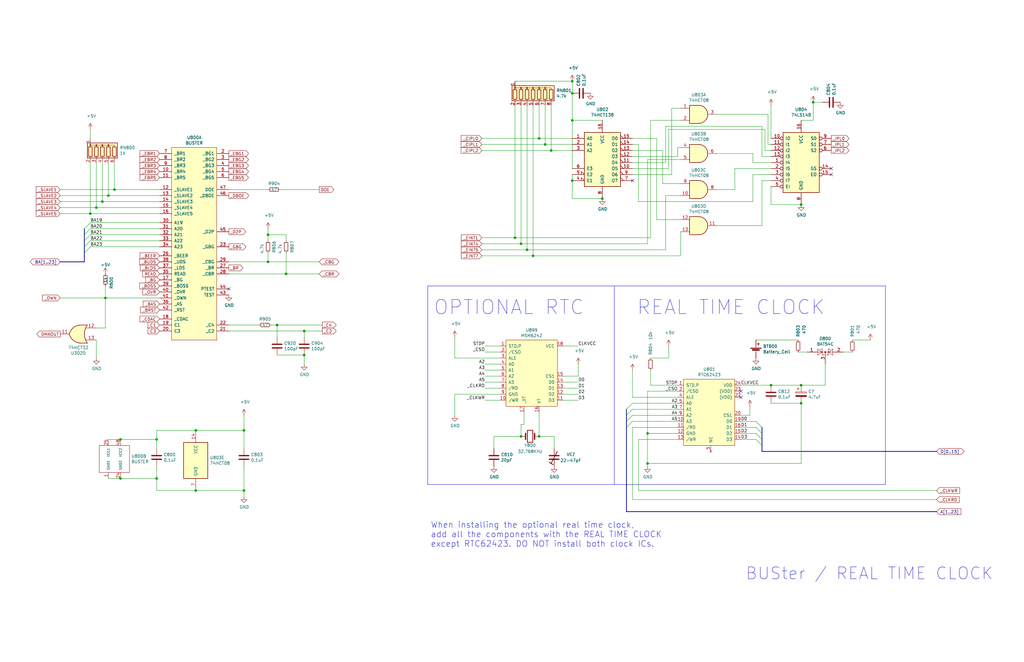
<source format=kicad_sch>
(kicad_sch (version 20230121) (generator eeschema)
  (paper "B")
  (title_block (title "Amiga 2000 EATX") (date "2023-03-10") (rev "3.0"))
  (junction (at 102.87 181.61))
  (junction (at 229.87 60.96))
  (junction (at 254 83.82))
  (junction (at 66.04 201.93))
  (junction (at 120.65 115.57))
  (junction (at 241.3 34.29))
  (junction (at 48.26 80.01))
  (junction (at 227.33 58.42))
  (junction (at 241.3 76.2))
  (junction (at 102.87 207.01))
  (junction (at 113.03 99.06))
  (junction (at 45.72 82.55))
  (junction (at 82.55 181.61))
  (junction (at 227.33 184.15))
  (junction (at 219.71 102.87))
  (junction (at 217.17 100.33))
  (junction (at 50.8 185.42))
  (junction (at 128.27 139.7))
  (junction (at 224.79 107.95))
  (junction (at 241.3 50.8))
  (junction (at 337.82 170.18))
  (junction (at 128.27 149.86))
  (junction (at 337.82 162.56))
  (junction (at 241.3 39.37))
  (junction (at 325.12 162.56))
  (junction (at 50.8 201.93))
  (junction (at 273.05 182.88))
  (junction (at 66.04 185.42))
  (junction (at 38.1 90.17))
  (junction (at 82.55 207.01))
  (junction (at 342.9 43.18))
  (junction (at 113.03 110.49))
  (junction (at 232.41 63.5))
  (junction (at 219.71 184.15))
  (junction (at 222.25 105.41))
  (junction (at 40.64 87.63))
  (junction (at 273.05 195.58))
  (junction (at 43.18 85.09))
  (junction (at 337.82 86.36))
  (junction (at 44.45 125.73))
  (junction (at 116.84 137.16))
  (no_connect (at 350.52 71.12))
  (no_connect (at 312.42 167.64))
  (no_connect (at 350.52 73.66))
  (no_connect (at 312.42 165.1))
  (no_connect (at 96.52 121.92))
  (no_connect (at 266.7 76.2))
  (bus_entry (at 266.7 172.72) (size -2.54 2.54))
  (bus_entry (at 38.1 96.52) (size -2.54 2.54))
  (bus_entry (at 38.1 99.06) (size -2.54 2.54))
  (bus_entry (at 38.1 104.14) (size -2.54 2.54))
  (bus_entry (at 38.1 93.98) (size -2.54 2.54))
  (bus_entry (at 318.77 185.42) (size 2.54 2.54))
  (bus_entry (at 318.77 177.8) (size 2.54 2.54))
  (bus_entry (at 266.7 175.26) (size -2.54 2.54))
  (bus_entry (at 38.1 101.6) (size -2.54 2.54))
  (bus_entry (at 318.77 180.34) (size 2.54 2.54))
  (bus_entry (at 266.7 170.18) (size -2.54 2.54))
  (bus_entry (at 318.77 182.88) (size 2.54 2.54))
  (bus_entry (at 266.7 177.8) (size -2.54 2.54))
  (wire (pts (xy 281.94 54.61) (xy 322.58 54.61)))
  (wire (pts (xy 317.5 64.77) (xy 317.5 68.58)))
  (wire (pts (xy 66.04 201.93) (xy 66.04 207.01)))
  (wire (pts (xy 359.41 143.51) (xy 367.03 143.51)))
  (wire (pts (xy 274.32 162.56) (xy 274.32 156.21)))
  (wire (pts (xy 40.64 138.43) (xy 44.45 138.43)))
  (wire (pts (xy 102.87 209.55) (xy 102.87 207.01)))
  (wire (pts (xy 25.4 125.73) (xy 44.45 125.73)))
  (wire (pts (xy 227.33 44.45) (xy 227.33 58.42)))
  (wire (pts (xy 243.84 158.75) (xy 243.84 153.67)))
  (wire (pts (xy 210.82 151.13) (xy 191.77 151.13)))
  (wire (pts (xy 67.31 80.01) (xy 48.26 80.01)))
  (wire (pts (xy 318.77 143.51) (xy 336.55 143.51)))
  (wire (pts (xy 266.7 73.66) (xy 283.21 73.66)))
  (wire (pts (xy 336.55 148.59) (xy 340.36 148.59)))
  (wire (pts (xy 312.42 177.8) (xy 318.77 177.8)))
  (wire (pts (xy 48.26 68.58) (xy 48.26 80.01)))
  (bus (pts (xy 264.16 175.26) (xy 264.16 177.8)))
  (bus (pts (xy 264.16 172.72) (xy 264.16 175.26)))
  (wire (pts (xy 266.7 167.64) (xy 285.75 167.64)))
  (wire (pts (xy 323.85 48.26) (xy 302.26 48.26)))
  (wire (pts (xy 219.71 184.15) (xy 208.28 184.15)))
  (wire (pts (xy 325.12 58.42) (xy 325.12 44.45)))
  (wire (pts (xy 309.88 80.01) (xy 309.88 71.12)))
  (wire (pts (xy 50.8 201.93) (xy 66.04 201.93)))
  (wire (pts (xy 210.82 161.29) (xy 204.47 161.29)))
  (wire (pts (xy 317.5 73.66) (xy 325.12 73.66)))
  (wire (pts (xy 43.18 68.58) (xy 43.18 85.09)))
  (wire (pts (xy 203.2 107.95) (xy 224.79 107.95)))
  (wire (pts (xy 45.72 201.93) (xy 50.8 201.93)))
  (wire (pts (xy 67.31 85.09) (xy 43.18 85.09)))
  (wire (pts (xy 317.5 68.58) (xy 325.12 68.58)))
  (wire (pts (xy 325.12 86.36) (xy 337.82 86.36)))
  (wire (pts (xy 266.7 210.82) (xy 266.7 180.34)))
  (wire (pts (xy 210.82 158.75) (xy 204.47 158.75)))
  (wire (pts (xy 237.49 161.29) (xy 243.84 161.29)))
  (bus (pts (xy 35.56 99.06) (xy 35.56 101.6)))
  (wire (pts (xy 273.05 195.58) (xy 273.05 196.85)))
  (bus (pts (xy 264.16 177.8) (xy 264.16 180.34)))
  (wire (pts (xy 266.7 60.96) (xy 269.24 60.96)))
  (wire (pts (xy 38.1 90.17) (xy 25.4 90.17)))
  (wire (pts (xy 210.82 153.67) (xy 204.47 153.67)))
  (wire (pts (xy 237.49 166.37) (xy 243.84 166.37)))
  (bus (pts (xy 35.56 106.68) (xy 35.56 110.49)))
  (wire (pts (xy 44.45 120.65) (xy 44.45 125.73)))
  (wire (pts (xy 280.67 82.55) (xy 287.02 82.55)))
  (wire (pts (xy 203.2 60.96) (xy 229.87 60.96)))
  (bus (pts (xy 321.31 182.88) (xy 321.31 185.42)))
  (wire (pts (xy 96.52 80.01) (xy 113.03 80.01)))
  (wire (pts (xy 222.25 105.41) (xy 280.67 105.41)))
  (bus (pts (xy 35.56 110.49) (xy 25.4 110.49)))
  (wire (pts (xy 285.75 66.04) (xy 285.75 62.23)))
  (wire (pts (xy 96.52 139.7) (xy 128.27 139.7)))
  (wire (pts (xy 208.28 184.15) (xy 208.28 189.23)))
  (wire (pts (xy 40.64 68.58) (xy 40.64 87.63)))
  (wire (pts (xy 82.55 207.01) (xy 102.87 207.01)))
  (bus (pts (xy 321.31 180.34) (xy 321.31 182.88)))
  (wire (pts (xy 325.12 170.18) (xy 337.82 170.18)))
  (bus (pts (xy 35.56 101.6) (xy 35.56 104.14)))
  (wire (pts (xy 285.75 175.26) (xy 266.7 175.26)))
  (wire (pts (xy 280.67 68.58) (xy 280.67 53.34)))
  (wire (pts (xy 224.79 44.45) (xy 224.79 107.95)))
  (wire (pts (xy 241.3 60.96) (xy 229.87 60.96)))
  (wire (pts (xy 210.82 166.37) (xy 191.77 166.37)))
  (wire (pts (xy 241.3 73.66) (xy 241.3 76.2)))
  (wire (pts (xy 325.12 60.96) (xy 323.85 60.96)))
  (wire (pts (xy 96.52 115.57) (xy 120.65 115.57)))
  (wire (pts (xy 285.75 177.8) (xy 266.7 177.8)))
  (wire (pts (xy 241.3 39.37) (xy 241.3 34.29)))
  (wire (pts (xy 337.82 50.8) (xy 342.9 50.8)))
  (wire (pts (xy 323.85 60.96) (xy 323.85 48.26)))
  (wire (pts (xy 96.52 137.16) (xy 109.22 137.16)))
  (wire (pts (xy 113.03 110.49) (xy 134.62 110.49)))
  (wire (pts (xy 229.87 44.45) (xy 229.87 60.96)))
  (wire (pts (xy 269.24 207.01) (xy 269.24 185.42)))
  (wire (pts (xy 302.26 95.25) (xy 321.31 95.25)))
  (wire (pts (xy 220.98 179.07) (xy 219.71 179.07)))
  (wire (pts (xy 67.31 87.63) (xy 40.64 87.63)))
  (wire (pts (xy 210.82 148.59) (xy 204.47 148.59)))
  (wire (pts (xy 66.04 181.61) (xy 82.55 181.61)))
  (wire (pts (xy 254 50.8) (xy 241.3 50.8)))
  (wire (pts (xy 287.02 107.95) (xy 287.02 97.79)))
  (wire (pts (xy 128.27 142.24) (xy 128.27 139.7)))
  (wire (pts (xy 217.17 44.45) (xy 217.17 100.33)))
  (wire (pts (xy 217.17 100.33) (xy 274.32 100.33)))
  (wire (pts (xy 82.55 181.61) (xy 102.87 181.61)))
  (wire (pts (xy 67.31 101.6) (xy 38.1 101.6)))
  (wire (pts (xy 66.04 207.01) (xy 82.55 207.01)))
  (wire (pts (xy 113.03 99.06) (xy 120.65 99.06)))
  (wire (pts (xy 219.71 44.45) (xy 219.71 102.87)))
  (wire (pts (xy 325.12 162.56) (xy 337.82 162.56)))
  (wire (pts (xy 302.26 64.77) (xy 317.5 64.77)))
  (wire (pts (xy 210.82 146.05) (xy 204.47 146.05)))
  (bus (pts (xy 321.31 187.96) (xy 321.31 190.5)))
  (wire (pts (xy 337.82 195.58) (xy 273.05 195.58)))
  (bus (pts (xy 321.31 185.42) (xy 321.31 187.96)))
  (wire (pts (xy 273.05 102.87) (xy 273.05 67.31)))
  (wire (pts (xy 279.4 63.5) (xy 279.4 77.47)))
  (wire (pts (xy 203.2 102.87) (xy 219.71 102.87)))
  (wire (pts (xy 285.75 162.56) (xy 274.32 162.56)))
  (wire (pts (xy 285.75 182.88) (xy 273.05 182.88)))
  (wire (pts (xy 120.65 106.68) (xy 120.65 115.57)))
  (polyline (pts (xy 180.34 204.47) (xy 180.34 120.65)))
  (wire (pts (xy 220.98 173.99) (xy 220.98 179.07)))
  (wire (pts (xy 241.3 58.42) (xy 227.33 58.42)))
  (wire (pts (xy 325.12 78.74) (xy 325.12 86.36)))
  (wire (pts (xy 312.42 182.88) (xy 318.77 182.88)))
  (wire (pts (xy 219.71 179.07) (xy 219.71 184.15)))
  (wire (pts (xy 67.31 82.55) (xy 45.72 82.55)))
  (wire (pts (xy 274.32 50.8) (xy 287.02 50.8)))
  (wire (pts (xy 274.32 151.13) (xy 281.94 151.13)))
  (wire (pts (xy 102.87 189.23) (xy 102.87 181.61)))
  (wire (pts (xy 50.8 185.42) (xy 66.04 185.42)))
  (wire (pts (xy 394.97 210.82) (xy 266.7 210.82)))
  (wire (pts (xy 269.24 60.96) (xy 269.24 85.09)))
  (wire (pts (xy 273.05 67.31) (xy 287.02 67.31)))
  (wire (pts (xy 302.26 80.01) (xy 309.88 80.01)))
  (wire (pts (xy 285.75 170.18) (xy 266.7 170.18)))
  (wire (pts (xy 312.42 162.56) (xy 325.12 162.56)))
  (wire (pts (xy 128.27 139.7) (xy 135.89 139.7)))
  (bus (pts (xy 321.31 190.5) (xy 394.97 190.5)))
  (wire (pts (xy 281.94 151.13) (xy 281.94 146.05)))
  (wire (pts (xy 67.31 90.17) (xy 38.1 90.17)))
  (wire (pts (xy 113.03 99.06) (xy 113.03 96.52)))
  (wire (pts (xy 312.42 185.42) (xy 318.77 185.42)))
  (wire (pts (xy 276.86 58.42) (xy 276.86 92.71)))
  (wire (pts (xy 266.7 71.12) (xy 281.94 71.12)))
  (wire (pts (xy 48.26 80.01) (xy 25.4 80.01)))
  (wire (pts (xy 191.77 166.37) (xy 191.77 175.26)))
  (wire (pts (xy 113.03 101.6) (xy 113.03 99.06)))
  (wire (pts (xy 45.72 82.55) (xy 25.4 82.55)))
  (polyline (pts (xy 180.34 120.65) (xy 373.38 120.65)))
  (wire (pts (xy 266.7 58.42) (xy 276.86 58.42)))
  (wire (pts (xy 203.2 63.5) (xy 232.41 63.5)))
  (wire (pts (xy 227.33 58.42) (xy 203.2 58.42)))
  (wire (pts (xy 241.3 50.8) (xy 241.3 39.37)))
  (wire (pts (xy 241.3 83.82) (xy 254 83.82)))
  (wire (pts (xy 38.1 58.42) (xy 38.1 54.61)))
  (wire (pts (xy 321.31 53.34) (xy 321.31 66.04)))
  (wire (pts (xy 67.31 96.52) (xy 38.1 96.52)))
  (wire (pts (xy 273.05 182.88) (xy 273.05 195.58)))
  (wire (pts (xy 227.33 184.15) (xy 227.33 173.99)))
  (wire (pts (xy 210.82 163.83) (xy 204.47 163.83)))
  (wire (pts (xy 322.58 54.61) (xy 322.58 63.5)))
  (wire (pts (xy 45.72 68.58) (xy 45.72 82.55)))
  (wire (pts (xy 67.31 104.14) (xy 38.1 104.14)))
  (wire (pts (xy 116.84 149.86) (xy 128.27 149.86)))
  (wire (pts (xy 281.94 71.12) (xy 281.94 54.61)))
  (polyline (pts (xy 180.34 204.47) (xy 373.38 204.47)))
  (wire (pts (xy 210.82 156.21) (xy 204.47 156.21)))
  (wire (pts (xy 66.04 185.42) (xy 66.04 181.61)))
  (wire (pts (xy 113.03 106.68) (xy 113.03 110.49)))
  (polyline (pts (xy 373.38 204.47) (xy 373.38 120.65)))
  (wire (pts (xy 237.49 168.91) (xy 243.84 168.91)))
  (wire (pts (xy 321.31 76.2) (xy 325.12 76.2)))
  (wire (pts (xy 232.41 63.5) (xy 241.3 63.5)))
  (wire (pts (xy 276.86 92.71) (xy 287.02 92.71)))
  (wire (pts (xy 321.31 95.25) (xy 321.31 76.2)))
  (wire (pts (xy 283.21 45.72) (xy 287.02 45.72)))
  (wire (pts (xy 312.42 175.26) (xy 316.23 175.26)))
  (wire (pts (xy 114.3 137.16) (xy 116.84 137.16)))
  (wire (pts (xy 67.31 99.06) (xy 38.1 99.06)))
  (wire (pts (xy 337.82 162.56) (xy 347.98 162.56)))
  (bus (pts (xy 35.56 104.14) (xy 35.56 106.68)))
  (wire (pts (xy 128.27 149.86) (xy 128.27 153.67)))
  (wire (pts (xy 285.75 185.42) (xy 269.24 185.42)))
  (wire (pts (xy 285.75 62.23) (xy 287.02 62.23)))
  (wire (pts (xy 44.45 125.73) (xy 44.45 138.43)))
  (wire (pts (xy 44.45 125.73) (xy 67.31 125.73)))
  (wire (pts (xy 322.58 63.5) (xy 325.12 63.5)))
  (wire (pts (xy 280.67 53.34) (xy 321.31 53.34)))
  (wire (pts (xy 237.49 158.75) (xy 243.84 158.75)))
  (wire (pts (xy 273.05 182.88) (xy 273.05 165.1)))
  (wire (pts (xy 279.4 77.47) (xy 287.02 77.47)))
  (wire (pts (xy 210.82 168.91) (xy 204.47 168.91)))
  (wire (pts (xy 224.79 107.95) (xy 287.02 107.95)))
  (wire (pts (xy 219.71 102.87) (xy 273.05 102.87)))
  (wire (pts (xy 312.42 180.34) (xy 318.77 180.34)))
  (wire (pts (xy 67.31 93.98) (xy 38.1 93.98)))
  (wire (pts (xy 337.82 170.18) (xy 337.82 195.58)))
  (wire (pts (xy 237.49 163.83) (xy 243.84 163.83)))
  (wire (pts (xy 355.6 148.59) (xy 359.41 148.59)))
  (wire (pts (xy 347.98 162.56) (xy 347.98 153.67)))
  (bus (pts (xy 35.56 96.52) (xy 35.56 99.06)))
  (wire (pts (xy 280.67 105.41) (xy 280.67 82.55)))
  (wire (pts (xy 233.68 184.15) (xy 233.68 189.23)))
  (wire (pts (xy 285.75 180.34) (xy 266.7 180.34)))
  (wire (pts (xy 274.32 100.33) (xy 274.32 50.8)))
  (polyline (pts (xy 259.08 120.65) (xy 259.08 204.47)))
  (wire (pts (xy 269.24 85.09) (xy 317.5 85.09)))
  (wire (pts (xy 40.64 143.51) (xy 40.64 151.13)))
  (wire (pts (xy 394.97 207.01) (xy 269.24 207.01)))
  (wire (pts (xy 285.75 172.72) (xy 266.7 172.72)))
  (wire (pts (xy 66.04 189.23) (xy 66.04 185.42)))
  (wire (pts (xy 227.33 184.15) (xy 233.68 184.15)))
  (wire (pts (xy 38.1 68.58) (xy 38.1 90.17)))
  (wire (pts (xy 342.9 50.8) (xy 342.9 43.18)))
  (wire (pts (xy 266.7 167.64) (xy 266.7 156.21)))
  (wire (pts (xy 116.84 142.24) (xy 116.84 137.16)))
  (wire (pts (xy 43.18 85.09) (xy 25.4 85.09)))
  (wire (pts (xy 203.2 100.33) (xy 217.17 100.33)))
  (wire (pts (xy 120.65 115.57) (xy 134.62 115.57)))
  (wire (pts (xy 116.84 137.16) (xy 135.89 137.16)))
  (wire (pts (xy 241.3 50.8) (xy 241.3 71.12)))
  (wire (pts (xy 309.88 71.12) (xy 325.12 71.12)))
  (wire (pts (xy 120.65 99.06) (xy 120.65 101.6)))
  (wire (pts (xy 102.87 181.61) (xy 102.87 175.26)))
  (wire (pts (xy 222.25 44.45) (xy 222.25 105.41)))
  (wire (pts (xy 102.87 207.01) (xy 102.87 196.85)))
  (wire (pts (xy 317.5 85.09) (xy 317.5 73.66)))
  (wire (pts (xy 66.04 196.85) (xy 66.04 201.93)))
  (wire (pts (xy 241.3 76.2) (xy 241.3 83.82)))
  (wire (pts (xy 283.21 73.66) (xy 283.21 45.72)))
  (wire (pts (xy 321.31 66.04) (xy 325.12 66.04)))
  (wire (pts (xy 241.3 34.29) (xy 217.17 34.29)))
  (wire (pts (xy 232.41 44.45) (xy 232.41 63.5)))
  (wire (pts (xy 96.52 110.49) (xy 113.03 110.49)))
  (bus (pts (xy 394.97 215.9) (xy 264.16 215.9)))
  (wire (pts (xy 316.23 171.45) (xy 316.23 175.26)))
  (wire (pts (xy 203.2 105.41) (xy 222.25 105.41)))
  (bus (pts (xy 264.16 180.34) (xy 264.16 215.9)))
  (wire (pts (xy 266.7 63.5) (xy 279.4 63.5)))
  (wire (pts (xy 273.05 165.1) (xy 285.75 165.1)))
  (wire (pts (xy 45.72 185.42) (xy 50.8 185.42)))
  (wire (pts (xy 118.11 80.01) (xy 134.62 80.01)))
  (wire (pts (xy 237.49 146.05) (xy 243.84 146.05)))
  (wire (pts (xy 191.77 151.13) (xy 191.77 142.24)))
  (wire (pts (xy 266.7 66.04) (xy 285.75 66.04)))
  (wire (pts (xy 40.64 87.63) (xy 25.4 87.63)))
  (wire (pts (xy 342.9 43.18) (xy 346.71 43.18)))
  (wire (pts (xy 266.7 68.58) (xy 280.67 68.58)))
  (text "REAL TIME CLOCK" (at 347.98 133.35 0) (effects (font (size 5.9944 5.9944)) (justify right bottom)))
  (text "OPTIONAL RTC" (at 246.38 133.35 0) (effects (font (size 5.9944 5.9944)) (justify right bottom)))
  (text "When installing the optional real time clock,\nadd all the components with the REAL TIME CLOCK\nexcept RTC62423. DO NOT install both clock ICs." (at 181.61 231.14 0) (effects (font (size 2.4892 2.4892)) (justify left bottom)))
  (text "BUSter / REAL TIME CLOCK" (at 314.325 245.11 0) (effects (font (size 5.0038 5.0038)) (justify left bottom)))
  (label "BA20" (at 38.1 96.52 0) (effects (font (size 1.2954 1.2954))))
  (label "BA23" (at 38.1 104.14 0) (effects (font (size 1.2954 1.2954))))
  (label "BA22" (at 38.1 101.6 0) (effects (font (size 1.2954 1.2954))))
  (label "STDP" (at 204.47 146.05 180) (effects (font (size 1.2954 1.2954))))
  (label "A4" (at 204.47 158.75 180) (effects (font (size 1.2954 1.2954))))
  (label "A3" (at 204.47 156.21 180) (effects (font (size 1.2954 1.2954))))
  (label "D2" (at 312.42 182.88 0) (effects (font (size 1.2954 1.2954))))
  (label "CLKVCC" (at 312.42 162.56 0) (effects (font (size 1.2954 1.2954))))
  (label "_CSO" (at 285.75 165.1 180) (effects (font (size 1.2954 1.2954))))
  (label "_CLKRD" (at 204.47 163.83 180) (effects (font (size 1.2954 1.2954))))
  (label "STDP" (at 285.75 162.56 180) (effects (font (size 1.2954 1.2954))))
  (label "D0" (at 312.42 177.8 0) (effects (font (size 1.2954 1.2954))))
  (label "A4" (at 283.21 175.26 0) (effects (font (size 1.2954 1.2954))))
  (label "D3" (at 243.84 168.91 0) (effects (font (size 1.2954 1.2954))))
  (label "D1" (at 312.42 180.34 0) (effects (font (size 1.2954 1.2954))))
  (label "_CLKWR" (at 204.47 168.91 180) (effects (font (size 1.2954 1.2954))))
  (label "D0" (at 243.84 161.29 0) (effects (font (size 1.2954 1.2954))))
  (label "BA19" (at 38.1 93.98 0) (effects (font (size 1.2954 1.2954))))
  (label "BA21" (at 38.1 99.06 0) (effects (font (size 1.2954 1.2954))))
  (label "D3" (at 312.42 185.42 0) (effects (font (size 1.2954 1.2954))))
  (label "A3" (at 283.21 172.72 0) (effects (font (size 1.2954 1.2954))))
  (label "D1" (at 243.84 163.83 0) (effects (font (size 1.2954 1.2954))))
  (label "A2" (at 204.47 153.67 180) (effects (font (size 1.2954 1.2954))))
  (label "A5" (at 283.21 177.8 0) (effects (font (size 1.2954 1.2954))))
  (label "_CSO" (at 204.47 148.59 180) (effects (font (size 1.2954 1.2954))))
  (label "CLKVCC" (at 243.84 146.05 0) (effects (font (size 1.2954 1.2954))))
  (label "A5" (at 204.47 161.29 180) (effects (font (size 1.2954 1.2954))))
  (label "A2" (at 283.21 170.18 0) (effects (font (size 1.2954 1.2954))))
  (label "D2" (at 243.84 166.37 0) (effects (font (size 1.2954 1.2954))))
  (global_label "A[1..23]" (shape input) (at 394.97 215.9 0) (effects (font (size 1.2954 1.2954))) (property "Intersheetrefs" "${INTERSHEET_REFS}" (effects hide)))
  (global_label "C3" (shape input) (at 67.31 139.7 180) (property "Intersheetrefs" "${INTERSHEET_REFS}" (effects hide)))
  (global_label "_SLAVE3" (shape input) (at 25.4 85.09 180) (property "Intersheetrefs" "${INTERSHEET_REFS}" (effects hide)))
  (global_label "_EBR2" (shape input) (at 67.31 67.31 180) (property "Intersheetrefs" "${INTERSHEET_REFS}" (effects hide)))
  (global_label "_BR" (shape output) (at 96.52 113.03 0) (property "Intersheetrefs" "${INTERSHEET_REFS}" (effects hide)))
  (global_label "_CDAC" (shape input) (at 67.31 134.62 180) (property "Intersheetrefs" "${INTERSHEET_REFS}" (effects hide)))
  (global_label "_IPL2" (shape output) (at 350.52 63.5 0) (property "Intersheetrefs" "${INTERSHEET_REFS}" (effects hide)))
  (global_label "_BOSS" (shape input) (at 67.31 120.65 180) (property "Intersheetrefs" "${INTERSHEET_REFS}" (effects hide)))
  (global_label "_EBR4" (shape input) (at 67.31 72.39 180) (property "Intersheetrefs" "${INTERSHEET_REFS}" (effects hide)))
  (global_label "BA[1..23]" (shape bidirectional) (at 25.4 110.49 180) (effects (font (size 1.2954 1.2954))) (property "Intersheetrefs" "${INTERSHEET_REFS}" (effects hide)))
  (global_label "_SLAVE2" (shape input) (at 25.4 82.55 180) (property "Intersheetrefs" "${INTERSHEET_REFS}" (effects hide)))
  (global_label "_BG" (shape input) (at 67.31 118.11 180) (property "Intersheetrefs" "${INTERSHEET_REFS}" (effects hide)))
  (global_label "_EINT7" (shape input) (at 203.2 107.95 180) (property "Intersheetrefs" "${INTERSHEET_REFS}" (effects hide)))
  (global_label "_CBG" (shape bidirectional) (at 134.62 110.49 0) (property "Intersheetrefs" "${INTERSHEET_REFS}" (effects hide)))
  (global_label "_CIPL2" (shape input) (at 203.2 63.5 180) (property "Intersheetrefs" "${INTERSHEET_REFS}" (effects hide)))
  (global_label "_IPL1" (shape output) (at 350.52 60.96 0) (property "Intersheetrefs" "${INTERSHEET_REFS}" (effects hide)))
  (global_label "_OVR" (shape input) (at 67.31 123.19 180) (property "Intersheetrefs" "${INTERSHEET_REFS}" (effects hide)))
  (global_label "_DBOE" (shape output) (at 96.52 82.55 0) (property "Intersheetrefs" "${INTERSHEET_REFS}" (effects hide)))
  (global_label "_CIPL0" (shape input) (at 203.2 58.42 180) (property "Intersheetrefs" "${INTERSHEET_REFS}" (effects hide)))
  (global_label "_IPL0" (shape output) (at 350.52 58.42 0) (property "Intersheetrefs" "${INTERSHEET_REFS}" (effects hide)))
  (global_label "DOE" (shape output) (at 134.62 80.01 0) (property "Intersheetrefs" "${INTERSHEET_REFS}" (effects hide)))
  (global_label "_SLAVE4" (shape input) (at 25.4 87.63 180) (property "Intersheetrefs" "${INTERSHEET_REFS}" (effects hide)))
  (global_label "_CLKWR" (shape input) (at 394.97 207.01 0) (property "Intersheetrefs" "${INTERSHEET_REFS}" (effects hide)))
  (global_label "_D2P" (shape output) (at 96.52 97.79 0) (property "Intersheetrefs" "${INTERSHEET_REFS}" (effects hide)))
  (global_label "_GBG" (shape output) (at 96.52 104.14 0) (property "Intersheetrefs" "${INTERSHEET_REFS}" (effects hide)))
  (global_label "_CLKRD" (shape input) (at 394.97 210.82 0) (property "Intersheetrefs" "${INTERSHEET_REFS}" (effects hide)))
  (global_label "_EBR1" (shape input) (at 67.31 64.77 180) (property "Intersheetrefs" "${INTERSHEET_REFS}" (effects hide)))
  (global_label "_EBG4" (shape output) (at 96.52 72.39 0) (property "Intersheetrefs" "${INTERSHEET_REFS}" (effects hide)))
  (global_label "_OWN" (shape input) (at 25.4 125.73 180) (property "Intersheetrefs" "${INTERSHEET_REFS}" (effects hide)))
  (global_label "_EBR5" (shape input) (at 67.31 74.93 180) (property "Intersheetrefs" "${INTERSHEET_REFS}" (effects hide)))
  (global_label "_C2" (shape output) (at 135.89 139.7 0) (property "Intersheetrefs" "${INTERSHEET_REFS}" (effects hide)))
  (global_label "_EINT5" (shape input) (at 203.2 105.41 180) (property "Intersheetrefs" "${INTERSHEET_REFS}" (effects hide)))
  (global_label "_CBR" (shape bidirectional) (at 134.62 115.57 0) (property "Intersheetrefs" "${INTERSHEET_REFS}" (effects hide)))
  (global_label "D[0..15]" (shape bidirectional) (at 394.97 190.5 0) (effects (font (size 1.2954 1.2954))) (property "Intersheetrefs" "${INTERSHEET_REFS}" (effects hide)))
  (global_label "_BUDS" (shape input) (at 67.31 110.49 180) (property "Intersheetrefs" "${INTERSHEET_REFS}" (effects hide)))
  (global_label "_EINT4" (shape input) (at 203.2 102.87 180) (property "Intersheetrefs" "${INTERSHEET_REFS}" (effects hide)))
  (global_label "_EINT1" (shape input) (at 203.2 100.33 180) (property "Intersheetrefs" "${INTERSHEET_REFS}" (effects hide)))
  (global_label "_EBG1" (shape output) (at 96.52 64.77 0) (property "Intersheetrefs" "${INTERSHEET_REFS}" (effects hide)))
  (global_label "_EBR3" (shape input) (at 67.31 69.85 180) (property "Intersheetrefs" "${INTERSHEET_REFS}" (effects hide)))
  (global_label "_BLDS" (shape input) (at 67.31 113.03 180) (property "Intersheetrefs" "${INTERSHEET_REFS}" (effects hide)))
  (global_label "_BAS" (shape input) (at 67.31 128.27 180) (property "Intersheetrefs" "${INTERSHEET_REFS}" (effects hide)))
  (global_label "_BEER" (shape input) (at 67.31 107.95 180) (property "Intersheetrefs" "${INTERSHEET_REFS}" (effects hide)))
  (global_label "C1" (shape input) (at 67.31 137.16 180) (property "Intersheetrefs" "${INTERSHEET_REFS}" (effects hide)))
  (global_label "_EBG2" (shape output) (at 96.52 67.31 0) (property "Intersheetrefs" "${INTERSHEET_REFS}" (effects hide)))
  (global_label "_EBG5" (shape output) (at 96.52 74.93 0) (property "Intersheetrefs" "${INTERSHEET_REFS}" (effects hide)))
  (global_label "_SLAVE5" (shape input) (at 25.4 90.17 180) (property "Intersheetrefs" "${INTERSHEET_REFS}" (effects hide)))
  (global_label "_EBG3" (shape output) (at 96.52 69.85 0) (property "Intersheetrefs" "${INTERSHEET_REFS}" (effects hide)))
  (global_label "_BRST" (shape input) (at 67.31 130.81 180) (property "Intersheetrefs" "${INTERSHEET_REFS}" (effects hide)))
  (global_label "READ" (shape input) (at 67.31 115.57 180) (property "Intersheetrefs" "${INTERSHEET_REFS}" (effects hide)))
  (global_label "DMAOUT" (shape output) (at 25.4 140.97 180) (property "Intersheetrefs" "${INTERSHEET_REFS}" (effects hide)))
  (global_label "_C4" (shape output) (at 135.89 137.16 0) (property "Intersheetrefs" "${INTERSHEET_REFS}" (effects hide)))
  (global_label "_SLAVE1" (shape input) (at 25.4 80.01 180) (property "Intersheetrefs" "${INTERSHEET_REFS}" (effects hide)))
  (global_label "_CIPL1" (shape input) (at 203.2 60.96 180) (property "Intersheetrefs" "${INTERSHEET_REFS}" (effects hide)))
  (symbol (lib_id "74xx:74LS138") (at 254 66.04 0) (unit 1)
    (property "Reference" "U802" (at 254 46.2026 0))
    (property "Value" "74HCT138" (at 254 48.514 0))
    (property "Footprint" "Package_SO:SOIC-16_3.9x9.9mm_P1.27mm" (effects hide))
    (property "Datasheet" "http://www.ti.com/lit/gpn/sn74LS08" (effects hide))
  )
  (symbol (lib_id "74xx:74LS08") (at 294.64 48.26 0) (unit 1)
    (property "Reference" "U803" (at 294.64 40.005 0))
    (property "Value" "74HCT08" (at 294.64 42.3164 0))
    (property "Footprint" "Package_SO:SOIC-14_3.9x8.7mm_P1.27mm" (effects hide))
    (property "Datasheet" "http://www.ti.com/lit/gpn/sn74LS08" (effects hide))
  )
  (symbol (lib_id "74xx:74LS08") (at 294.64 64.77 0) (unit 2)
    (property "Reference" "U803" (at 294.64 56.515 0))
    (property "Value" "74HCT08" (at 294.64 58.8264 0))
    (property "Footprint" "Package_SO:SOIC-14_3.9x8.7mm_P1.27mm" (effects hide))
    (property "Datasheet" "http://www.ti.com/lit/gpn/sn74LS08" (effects hide))
  )
  (symbol (lib_id "74xx:74LS08") (at 294.64 80.01 0) (unit 3)
    (property "Reference" "U803" (at 294.64 71.755 0))
    (property "Value" "74HCT08" (at 294.64 74.0664 0))
    (property "Footprint" "Package_SO:SOIC-14_3.9x8.7mm_P1.27mm" (effects hide))
    (property "Datasheet" "http://www.ti.com/lit/gpn/sn74LS08" (effects hide))
  )
  (symbol (lib_id "74xx:74LS08") (at 294.64 95.25 0) (unit 4)
    (property "Reference" "U803" (at 294.64 86.995 0))
    (property "Value" "74HCT08" (at 294.64 89.3064 0))
    (property "Footprint" "Package_SO:SOIC-14_3.9x8.7mm_P1.27mm" (effects hide))
    (property "Datasheet" "http://www.ti.com/lit/gpn/sn74LS08" (effects hide))
  )
  (symbol (lib_id "74xx:74LS08") (at 82.55 194.31 0) (unit 5)
    (property "Reference" "U803" (at 88.392 193.1416 0) (effects (justify left)))
    (property "Value" "74HCT08" (at 88.392 195.453 0) (effects (justify left)))
    (property "Footprint" "Package_SO:SOIC-14_3.9x8.7mm_P1.27mm" (effects hide))
    (property "Datasheet" "http://www.ti.com/lit/gpn/sn74LS08" (effects hide))
  )
  (symbol (lib_id "74xx:74LS148") (at 337.82 68.58 0) (unit 1)
    (property "Reference" "U804" (at 337.82 46.2026 0))
    (property "Value" "74LS148" (at 337.82 48.514 0))
    (property "Footprint" "Package_SO:SOIC-16_3.9x9.9mm_P1.27mm" (effects hide))
    (property "Datasheet" "http://www.ti.com/lit/gpn/sn74LS148" (effects hide))
  )
  (symbol (lib_id "power:+5V") (at 325.12 44.45 0) (unit 1)
    (property "Reference" "#PWR0230" (effects hide))
    (property "Value" "+5V" (at 325.5518 38.7858 0))
  )
  (symbol (lib_id "Amiga-Library:Buster") (at 82.55 99.06 0) (unit 1)
    (property "Reference" "U800" (at 81.915 58.039 0))
    (property "Value" "BUSTER" (at 81.915 60.3504 0))
    (property "Footprint" "Package_DIP:DIP-48_W15.24mm" (effects hide))
  )
  (symbol (lib_id "Amiga-Library:Buster") (at 48.26 194.31 0) (unit 2)
    (property "Reference" "U800" (at 55.3212 192.5066 0) (effects (justify left)))
    (property "Value" "BUSTER" (at 55.3212 194.818 0) (effects (justify left)))
    (property "Datasheet" "http://www.ti.com/lit/gpn/sn74LS08" (effects hide))
  )
  (symbol (lib_id "power:+5V") (at 38.1 54.61 0) (unit 1)
    (property "Reference" "#PWR0224" (effects hide))
    (property "Value" "+5V" (at 38.5318 48.9458 0))
  )
  (symbol (lib_id "74xx:74LS32") (at 33.02 140.97 0) (mirror y) (unit 4)
    (property "Reference" "U302" (at 33.02 149.0218 0))
    (property "Value" "74HCT32" (at 33.02 146.7104 0))
    (property "Footprint" "Package_SO:SOIC-14_3.9x8.7mm_P1.27mm" (effects hide))
    (property "Datasheet" "http://www.ti.com/lit/gpn/sn74LS32" (effects hide))
  )
  (symbol (lib_id "Device:R_Small") (at 274.32 153.67 0) (unit 1)
    (property "Reference" "R804" (at 274.32 149.86 90) (effects (justify left)))
    (property "Value" "10k" (at 274.32 143.51 90) (effects (justify left)))
    (property "Footprint" "Resistor_SMD:R_1206_3216Metric" (effects hide))
  )
  (symbol (lib_id "Device:R_Small") (at 44.45 118.11 0) (unit 1)
    (property "Reference" "R800" (at 46.99 121.92 90) (effects (justify left)))
    (property "Value" "1k" (at 44.45 119.38 90) (effects (justify left)))
    (property "Footprint" "Resistor_SMD:R_1206_3216Metric" (effects hide))
  )
  (symbol (lib_id "power:+5V") (at 44.45 115.57 0) (unit 1)
    (property "Reference" "#PWR0226" (effects hide))
    (property "Value" "+5V" (at 44.45 111.76 0))
  )
  (symbol (lib_id "power:+5V") (at 281.94 146.05 0) (unit 1)
    (property "Reference" "#PWR0225" (effects hide))
    (property "Value" "+5V" (at 282.3718 140.3858 0))
  )
  (symbol (lib_id "Device:R_Small") (at 115.57 80.01 270) (unit 1)
    (property "Reference" "R904" (at 113.03 77.47 90) (effects (justify left)))
    (property "Value" "47" (at 114.3 80.01 90) (effects (justify left)))
    (property "Footprint" "Resistor_SMD:R_1206_3216Metric" (effects hide))
  )
  (symbol (lib_id "Device:R_Small") (at 113.03 104.14 180) (unit 1)
    (property "Reference" "R806" (at 115.57 101.6 90) (effects (justify left)))
    (property "Value" "4.7k" (at 110.49 102.87 90) (effects (justify left)))
    (property "Footprint" "Resistor_SMD:R_1206_3216Metric" (effects hide))
  )
  (symbol (lib_id "power:GND") (at 273.05 196.85 0) (unit 1)
    (property "Reference" "#PWR0228" (effects hide))
    (property "Value" "GND" (at 273.177 201.2442 0))
  )
  (symbol (lib_id "Device:R_Small") (at 120.65 104.14 180) (unit 1)
    (property "Reference" "R807" (at 123.19 101.6 90) (effects (justify left)))
    (property "Value" "4.7k" (at 118.11 102.87 90) (effects (justify left)))
    (property "Footprint" "Resistor_SMD:R_1206_3216Metric" (effects hide))
  )
  (symbol (lib_id "power:+5V") (at 113.03 96.52 0) (unit 1)
    (property "Reference" "#PWR0227" (effects hide))
    (property "Value" "+5V" (at 113.4618 90.8558 0))
  )
  (symbol (lib_id "power:GND") (at 102.87 209.55 0) (unit 1)
    (property "Reference" "#PWR0229" (effects hide))
    (property "Value" "GND" (at 102.997 213.9442 0))
  )
  (symbol (lib_id "power:GND") (at 128.27 153.67 0) (unit 1)
    (property "Reference" "#PWR0231" (effects hide))
    (property "Value" "GND" (at 128.397 158.0642 0))
  )
  (symbol (lib_id "power:GND") (at 40.64 151.13 0) (unit 1)
    (property "Reference" "#PWR0234" (effects hide))
    (property "Value" "GND" (at 40.767 155.5242 0))
  )
  (symbol (lib_id "power:GND") (at 96.52 124.46 0) (unit 1)
    (property "Reference" "#PWR0236" (effects hide))
    (property "Value" "GND" (at 96.647 128.8542 0))
  )
  (symbol (lib_id "Device:R_Small") (at 111.76 137.16 270) (unit 1)
    (property "Reference" "R905" (at 109.22 134.62 90) (effects (justify left)))
    (property "Value" "47" (at 110.49 137.16 90) (effects (justify left)))
    (property "Footprint" "Resistor_SMD:R_1206_3216Metric" (effects hide))
  )
  (symbol (lib_id "power:GND") (at 337.82 86.36 0) (unit 1)
    (property "Reference" "#PWR0237" (effects hide))
    (property "Value" "GND" (at 337.947 90.7542 0))
  )
  (symbol (lib_id "power:GND") (at 354.33 43.18 0) (unit 1)
    (property "Reference" "#PWR0239" (effects hide))
    (property "Value" "GND" (at 354.457 47.5742 0))
  )
  (symbol (lib_id "power:GND") (at 248.92 39.37 0) (unit 1)
    (property "Reference" "#PWR0240" (effects hide))
    (property "Value" "GND" (at 249.047 43.7642 0))
  )
  (symbol (lib_id "Device:C") (at 116.84 146.05 0) (unit 1)
    (property "Reference" "C920" (at 119.761 144.8816 0) (effects (justify left)))
    (property "Value" "100pF" (at 119.761 147.193 0) (effects (justify left)))
    (property "Footprint" "Capacitor_SMD:C_1206_3216Metric" (effects hide))
  )
  (symbol (lib_id "Device:C") (at 128.27 146.05 0) (unit 1)
    (property "Reference" "C904" (at 131.191 144.8816 0) (effects (justify left)))
    (property "Value" "100pF" (at 131.191 147.193 0) (effects (justify left)))
    (property "Footprint" "Capacitor_SMD:C_1206_3216Metric" (effects hide))
  )
  (symbol (lib_id "power:+5V") (at 241.3 34.29 0) (unit 1)
    (property "Reference" "#PWR0232" (effects hide))
    (property "Value" "+5V" (at 241.7318 28.6258 0))
  )
  (symbol (lib_id "Device:C") (at 325.12 166.37 0) (unit 1)
    (property "Reference" "C812" (at 328.041 165.2016 0) (effects (justify left)))
    (property "Value" "0.1uF" (at 328.041 167.513 0) (effects (justify left)))
    (property "Footprint" "Capacitor_SMD:C_1206_3216Metric" (effects hide))
  )
  (symbol (lib_id "power:+5V") (at 367.03 143.51 0) (unit 1)
    (property "Reference" "#PWR0241" (effects hide))
    (property "Value" "+5V" (at 367.4618 137.8458 0))
  )
  (symbol (lib_id "Device:C") (at 102.87 193.04 0) (unit 1)
    (property "Reference" "C803" (at 105.791 191.8716 0) (effects (justify left)))
    (property "Value" "0.1uF" (at 105.791 194.183 0) (effects (justify left)))
    (property "Footprint" "Capacitor_SMD:C_1206_3216Metric" (effects hide))
  )
  (symbol (lib_id "Device:C") (at 66.04 193.04 0) (unit 1)
    (property "Reference" "C800" (at 68.961 191.8716 0) (effects (justify left)))
    (property "Value" "0.1uF" (at 68.961 194.183 0) (effects (justify left)))
    (property "Footprint" "Capacitor_SMD:C_1206_3216Metric" (effects hide))
  )
  (symbol (lib_id "Device:Battery_Cell") (at 318.77 148.59 0) (unit 1)
    (property "Reference" "BT800" (at 321.7672 146.1516 0) (effects (justify left)))
    (property "Value" "Battery_Cell" (at 321.7672 148.463 0) (effects (justify left)))
    (property "Footprint" "Battery:BatteryHolder_Keystone_103_1x20mm" (effects hide))
  )
  (symbol (lib_id "Device:C") (at 245.11 39.37 90) (unit 1)
    (property "Reference" "C802" (at 243.9416 36.449 0) (effects (justify left)))
    (property "Value" "0.1uF" (at 246.253 36.449 0) (effects (justify left)))
    (property "Footprint" "Capacitor_SMD:C_1206_3216Metric" (effects hide))
  )
  (symbol (lib_id "power:GND") (at 318.77 151.13 0) (unit 1)
    (property "Reference" "#PWR0242" (effects hide))
    (property "Value" "GND" (at 318.897 155.5242 0))
  )
  (symbol (lib_id "Device:R_Small") (at 336.55 146.05 0) (unit 1)
    (property "Reference" "R803" (at 336.55 142.24 90) (effects (justify left)))
    (property "Value" "470" (at 339.09 140.97 90) (effects (justify left)))
    (property "Footprint" "Resistor_SMD:R_1206_3216Metric" (effects hide))
  )
  (symbol (lib_id "Device:C") (at 350.52 43.18 90) (unit 1)
    (property "Reference" "C804" (at 349.3516 40.259 0) (effects (justify left)))
    (property "Value" "0.1uF" (at 351.663 40.259 0) (effects (justify left)))
    (property "Footprint" "Capacitor_SMD:C_1206_3216Metric" (effects hide))
  )
  (symbol (lib_id "power:GND") (at 254 83.82 0) (unit 1)
    (property "Reference" "#PWR0233" (effects hide))
    (property "Value" "GND" (at 254.127 88.2142 0))
  )
  (symbol (lib_id "Device:R_Small") (at 359.41 146.05 0) (unit 1)
    (property "Reference" "R801" (at 359.41 142.24 90) (effects (justify left)))
    (property "Value" "470" (at 361.95 140.97 90) (effects (justify left)))
    (property "Footprint" "Resistor_SMD:R_1206_3216Metric" (effects hide))
  )
  (symbol (lib_id "power:+5V") (at 342.9 43.18 0) (unit 1)
    (property "Reference" "#PWR0235" (effects hide))
    (property "Value" "+5V" (at 343.3318 37.5158 0))
  )
  (symbol (lib_id "Diode:BAT54C") (at 347.98 148.59 0) (unit 1)
    (property "Reference" "D800" (at 347.98 142.875 0))
    (property "Value" "BAT54C" (at 347.98 145.1864 0))
    (property "Footprint" "Package_TO_SOT_SMD:SOT-23" (effects hide))
    (property "Datasheet" "http://www.diodes.com/_files/datasheets/ds11005.pdf" (effects hide))
  )
  (symbol (lib_id "power:+5V") (at 102.87 175.26 0) (unit 1)
    (property "Reference" "#PWR0238" (effects hide))
    (property "Value" "+5V" (at 103.3018 169.5958 0))
  )
  (symbol (lib_id "Amiga-Library:RTC62423") (at 299.72 173.99 0) (unit 1)
    (property "Reference" "U801" (at 299.085 155.829 0))
    (property "Value" "RTC62423" (at 299.085 158.1404 0))
    (property "Footprint" "Package_SO:SOIC-24W_7.5x15.4mm_P1.27mm" (effects hide))
  )
  (symbol (lib_id "2000ATX-rescue:CP-Device") (at 337.82 166.37 0) (unit 1)
    (property "Reference" "C?" (at 340.8172 165.2016 0) (effects (justify left)))
    (property "Value" "4.7uF" (at 340.8172 167.513 0) (effects (justify left)))
    (property "Footprint" "Capacitor_SMD:CP_Elec_4x5.8" (effects hide))
    (instances (project "2000ATX" (path "" (reference "C?") (unit 1)) (path "" (reference "C811") (unit 1))))
  )
  (symbol (lib_id "power:+5V") (at 316.23 171.45 0) (unit 1)
    (property "Reference" "#PWR0181" (effects hide))
    (property "Value" "+5V" (at 316.6618 165.7858 0))
  )
  (symbol (lib_id "power:+5V") (at 266.7 156.21 0) (unit 1)
    (property "Reference" "#PWR0207" (effects hide))
    (property "Value" "+5V" (at 267.1318 150.5458 0))
  )
  (symbol (lib_id "Device:R_Network07") (at 224.79 39.37 0) (unit 1)
    (property "Reference" "RN801" (at 234.6452 38.2016 0) (effects (justify left)))
    (property "Value" "4.7k" (at 234.6452 40.513 0) (effects (justify left)))
    (property "Footprint" "Resistor_THT:R_Array_SIP8" (effects hide))
    (property "Datasheet" "http://www.vishay.com/docs/31509/csc.pdf" (effects hide))
  )
  (symbol (lib_id "Device:R_Network05") (at 43.18 63.5 0) (unit 1)
    (property "Reference" "RN800" (at 50.4952 62.3316 0) (effects (justify left)))
    (property "Value" "1k" (at 50.4952 64.643 0) (effects (justify left)))
    (property "Footprint" "Resistor_THT:R_Array_SIP6" (effects hide))
    (property "Datasheet" "http://www.vishay.com/docs/31509/csc.pdf" (effects hide))
  )
  (symbol (lib_id "Amiga-Library:MSM6242") (at 224.79 157.48 0) (unit 1)
    (property "Reference" "U899" (at 224.155 139.319 0))
    (property "Value" "MSM6242" (at 224.155 141.6304 0))
    (property "Footprint" "Package_DIP:DIP-18_W7.62mm_Socket" (effects hide))
  )
  (symbol (lib_id "power:GND") (at 191.77 175.26 0) (unit 1)
    (property "Reference" "#PWR0397" (effects hide))
    (property "Value" "GND" (at 191.897 179.6542 0))
  )
  (symbol (lib_id "power:+5V") (at 191.77 142.24 0) (unit 1)
    (property "Reference" "#PWR0398" (effects hide))
    (property "Value" "+5V" (at 192.2018 136.5758 0))
  )
  (symbol (lib_id "power:+5V") (at 243.84 153.67 0) (unit 1)
    (property "Reference" "#PWR0399" (effects hide))
    (property "Value" "+5V" (at 244.2718 148.0058 0))
  )
  (symbol (lib_id "Device:Crystal") (at 223.52 184.15 0) (unit 1)
    (property "Reference" "Y800" (at 223.52 187.96 0))
    (property "Value" "32.768KHz" (at 223.52 190.5 0))
    (property "Footprint" "Crystal:Crystal_SMD_3215-2Pin_3.2x1.5mm" (effects hide))
  )
  (symbol (lib_id "2000ATX-rescue:CTRIM-Device") (at 233.68 193.04 180) (unit 1)
    (property "Reference" "VC?" (at 242.57 191.77 0) (effects (justify left)))
    (property "Value" "22-47pF" (at 245.11 194.31 0) (effects (justify left)))
    (property "Footprint" "AmigaFootprints:TrimmerCap" (effects hide))
    (instances (project "2000ATX" (path "" (reference "VC?") (unit 1)) (path "" (reference "VC800") (unit 1))))
  )
  (symbol (lib_id "Device:C") (at 208.28 193.04 0) (unit 1)
    (property "Reference" "C810" (at 211.201 191.8716 0) (effects (justify left)))
    (property "Value" "20pF" (at 211.201 194.183 0) (effects (justify left)))
    (property "Footprint" "Capacitor_SMD:C_1206_3216Metric" (effects hide))
  )
  (symbol (lib_id "power:GND") (at 233.68 196.85 0) (unit 1)
    (property "Reference" "#PWR0395" (effects hide))
    (property "Value" "GND" (at 233.807 201.2442 0))
  )
  (symbol (lib_id "power:GND") (at 208.28 196.85 0) (unit 1)
    (property "Reference" "#PWR0396" (effects hide))
    (property "Value" "GND" (at 208.407 201.2442 0))
  )
)
</source>
